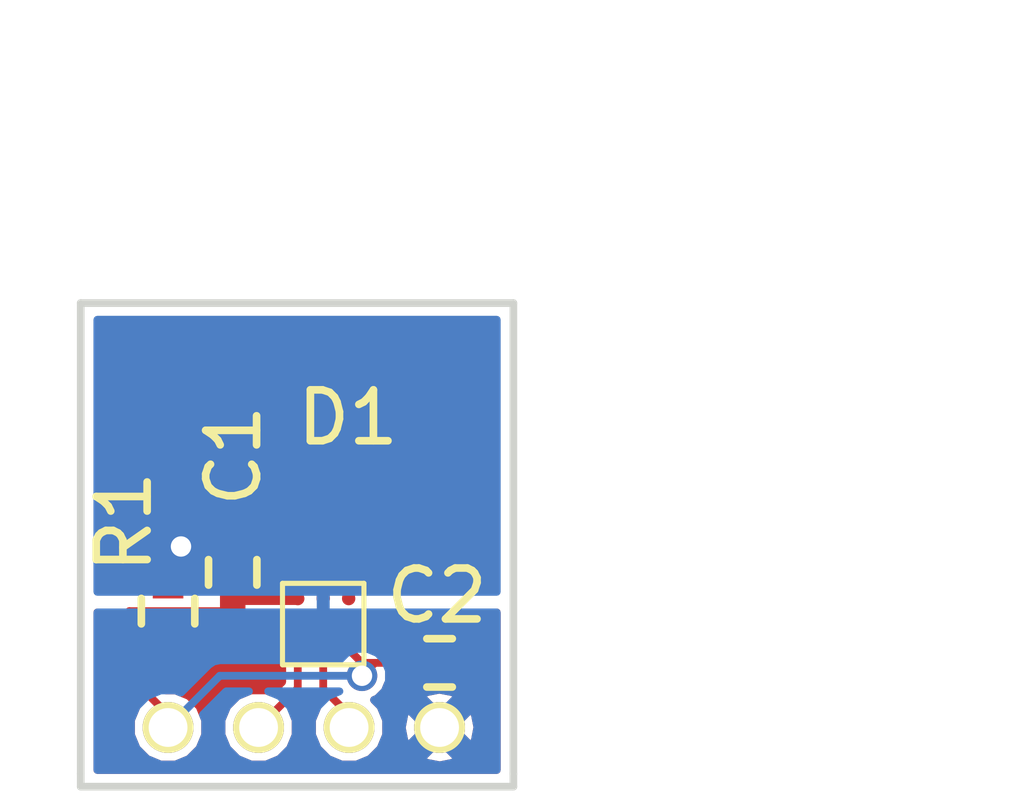
<source format=kicad_pcb>
(kicad_pcb (version 20171130) (host pcbnew 5.0.0-rc2-dev-unknown-2da7199~62~ubuntu16.04.1)

  (general
    (thickness 1.6)
    (drawings 8)
    (tracks 36)
    (zones 0)
    (modules 9)
    (nets 8)
  )

  (page A4)
  (layers
    (0 F.Cu signal)
    (31 B.Cu signal)
    (32 B.Adhes user)
    (33 F.Adhes user)
    (34 B.Paste user)
    (35 F.Paste user)
    (36 B.SilkS user hide)
    (37 F.SilkS user)
    (38 B.Mask user hide)
    (39 F.Mask user hide)
    (40 Dwgs.User user)
    (41 Cmts.User user)
    (42 Eco1.User user)
    (43 Eco2.User user hide)
    (44 Edge.Cuts user)
    (45 Margin user)
    (46 B.CrtYd user hide)
    (47 F.CrtYd user)
    (48 B.Fab user hide)
    (49 F.Fab user hide)
  )

  (setup
    (last_trace_width 0.1524)
    (trace_clearance 0.1524)
    (zone_clearance 0.1524)
    (zone_45_only no)
    (trace_min 0.1524)
    (segment_width 0.2)
    (edge_width 0.15)
    (via_size 0.6)
    (via_drill 0.4)
    (via_min_size 0.4)
    (via_min_drill 0.3)
    (uvia_size 0.3)
    (uvia_drill 0.1)
    (uvias_allowed no)
    (uvia_min_size 0)
    (uvia_min_drill 0)
    (pcb_text_width 0.3)
    (pcb_text_size 1.5 1.5)
    (mod_edge_width 0.15)
    (mod_text_size 1 1)
    (mod_text_width 0.15)
    (pad_size 0.262 0.262)
    (pad_drill 0)
    (pad_to_mask_clearance 0.2)
    (aux_axis_origin 0 0)
    (grid_origin 139 92.5)
    (visible_elements FFFEFF7F)
    (pcbplotparams
      (layerselection 0x00030_80000001)
      (usegerberextensions false)
      (usegerberattributes false)
      (usegerberadvancedattributes false)
      (creategerberjobfile false)
      (excludeedgelayer true)
      (linewidth 0.100000)
      (plotframeref false)
      (viasonmask false)
      (mode 1)
      (useauxorigin false)
      (hpglpennumber 1)
      (hpglpenspeed 20)
      (hpglpendiameter 15)
      (psnegative false)
      (psa4output false)
      (plotreference true)
      (plotvalue true)
      (plotinvisibletext false)
      (padsonsilk false)
      (subtractmaskfromsilk false)
      (outputformat 1)
      (mirror false)
      (drillshape 1)
      (scaleselection 1)
      (outputdirectory ""))
  )

  (net 0 "")
  (net 1 GND)
  (net 2 +3V3)
  (net 3 "Net-(R1-Pad2)")
  (net 4 "Net-(D1-Pad1)")
  (net 5 "Net-(D1-Pad2)")
  (net 6 "Net-(J2-Pad1)")
  (net 7 "Net-(J1-Pad1)")

  (net_class Default "This is the default net class."
    (clearance 0.1524)
    (trace_width 0.1524)
    (via_dia 0.6)
    (via_drill 0.4)
    (uvia_dia 0.3)
    (uvia_drill 0.1)
    (add_net +3V3)
    (add_net "Net-(J1-Pad1)")
    (add_net "Net-(J2-Pad1)")
    (add_net "Net-(R1-Pad2)")
  )

  (net_class GND ""
    (clearance 0.1524)
    (trace_width 0.254)
    (via_dia 0.6)
    (via_drill 0.4)
    (uvia_dia 0.3)
    (uvia_drill 0.1)
    (add_net GND)
    (add_net "Net-(D1-Pad1)")
    (add_net "Net-(D1-Pad2)")
  )

  (module Resistors_SMD:R_0402 (layer F.Cu) (tedit 5A271E95) (tstamp 5A255658)
    (at 140.716 98.552 270)
    (descr "Resistor SMD 0402, reflow soldering, Vishay (see dcrcw.pdf)")
    (tags "resistor 0402")
    (path /59AE28B7)
    (attr smd)
    (fp_text reference R1 (at -1.752 0.866 270) (layer F.SilkS)
      (effects (font (size 1 1) (thickness 0.15)))
    )
    (fp_text value 15k (at 0 1.524 270) (layer F.Fab)
      (effects (font (size 1 1) (thickness 0.15)))
    )
    (fp_line (start -0.95 -0.65) (end 0.95 -0.65) (layer F.CrtYd) (width 0.05))
    (fp_line (start -0.95 0.65) (end 0.95 0.65) (layer F.CrtYd) (width 0.05))
    (fp_line (start -0.95 -0.65) (end -0.95 0.65) (layer F.CrtYd) (width 0.05))
    (fp_line (start 0.95 -0.65) (end 0.95 0.65) (layer F.CrtYd) (width 0.05))
    (fp_line (start 0.25 -0.525) (end -0.25 -0.525) (layer F.SilkS) (width 0.15))
    (fp_line (start -0.25 0.525) (end 0.25 0.525) (layer F.SilkS) (width 0.15))
    (pad 1 smd rect (at -0.45 0 270) (size 0.4 0.6) (layers F.Cu F.Paste F.Mask)
      (net 1 GND))
    (pad 2 smd rect (at 0.45 0 270) (size 0.4 0.6) (layers F.Cu F.Paste F.Mask)
      (net 3 "Net-(R1-Pad2)"))
    (model Resistors_SMD.3dshapes/R_0402.wrl
      (at (xyz 0 0 0))
      (scale (xyz 1 1 1))
      (rotate (xyz 0 0 0))
    )
  )

  (module Capacitors_SMD:C_0402 (layer F.Cu) (tedit 5A271E2B) (tstamp 5A25564C)
    (at 141.986 97.79 90)
    (descr "Capacitor SMD 0402, reflow soldering, AVX (see smccp.pdf)")
    (tags "capacitor 0402")
    (path /59AE3425)
    (attr smd)
    (fp_text reference C1 (at 2.29 0.014 90) (layer F.SilkS)
      (effects (font (size 1 1) (thickness 0.15)))
    )
    (fp_text value 1uF (at 2.032 6.604 180) (layer F.Fab)
      (effects (font (size 1 1) (thickness 0.15)))
    )
    (fp_line (start -1.15 -0.6) (end 1.15 -0.6) (layer F.CrtYd) (width 0.05))
    (fp_line (start -1.15 0.6) (end 1.15 0.6) (layer F.CrtYd) (width 0.05))
    (fp_line (start -1.15 -0.6) (end -1.15 0.6) (layer F.CrtYd) (width 0.05))
    (fp_line (start 1.15 -0.6) (end 1.15 0.6) (layer F.CrtYd) (width 0.05))
    (fp_line (start 0.25 -0.475) (end -0.25 -0.475) (layer F.SilkS) (width 0.15))
    (fp_line (start -0.25 0.475) (end 0.25 0.475) (layer F.SilkS) (width 0.15))
    (pad 1 smd rect (at -0.55 0 90) (size 0.6 0.5) (layers F.Cu F.Paste F.Mask)
      (net 2 +3V3))
    (pad 2 smd rect (at 0.55 0 90) (size 0.6 0.5) (layers F.Cu F.Paste F.Mask)
      (net 1 GND))
    (model Capacitors_SMD.3dshapes/C_0402.wrl
      (at (xyz 0 0 0))
      (scale (xyz 1 1 1))
      (rotate (xyz 0 0 0))
    )
  )

  (module Capacitors_SMD:C_0402 (layer F.Cu) (tedit 5A271E88) (tstamp 5A255652)
    (at 146.05 99.568 180)
    (descr "Capacitor SMD 0402, reflow soldering, AVX (see smccp.pdf)")
    (tags "capacitor 0402")
    (path /5A256414)
    (attr smd)
    (fp_text reference C2 (at 0.05 1.318 180) (layer F.SilkS)
      (effects (font (size 1 1) (thickness 0.15)))
    )
    (fp_text value 0.1uF (at 0.254 4.572 180) (layer F.Fab)
      (effects (font (size 1 1) (thickness 0.15)))
    )
    (fp_line (start -1.15 -0.6) (end 1.15 -0.6) (layer F.CrtYd) (width 0.05))
    (fp_line (start -1.15 0.6) (end 1.15 0.6) (layer F.CrtYd) (width 0.05))
    (fp_line (start -1.15 -0.6) (end -1.15 0.6) (layer F.CrtYd) (width 0.05))
    (fp_line (start 1.15 -0.6) (end 1.15 0.6) (layer F.CrtYd) (width 0.05))
    (fp_line (start 0.25 -0.475) (end -0.25 -0.475) (layer F.SilkS) (width 0.15))
    (fp_line (start -0.25 0.475) (end 0.25 0.475) (layer F.SilkS) (width 0.15))
    (pad 1 smd rect (at -0.55 0 180) (size 0.6 0.5) (layers F.Cu F.Paste F.Mask)
      (net 1 GND))
    (pad 2 smd rect (at 0.55 0 180) (size 0.6 0.5) (layers F.Cu F.Paste F.Mask)
      (net 2 +3V3))
    (model Capacitors_SMD.3dshapes/C_0402.wrl
      (at (xyz 0 0 0))
      (scale (xyz 1 1 1))
      (rotate (xyz 0 0 0))
    )
  )

  (module TS4231:BPW34 (layer F.Cu) (tedit 5A271E2D) (tstamp 5A255C99)
    (at 143.256 94.742 180)
    (path /59AE3335)
    (fp_text reference D1 (at -0.994 -0.008 180) (layer F.SilkS)
      (effects (font (size 1 1) (thickness 0.15)))
    )
    (fp_text value BPW34 (at -0.244 4.492 180) (layer F.Fab)
      (effects (font (size 1 1) (thickness 0.15)))
    )
    (pad 1 smd rect (at -3.1 0 180) (size 1.4 2) (layers F.Cu F.Paste F.Mask)
      (net 4 "Net-(D1-Pad1)"))
    (pad 2 smd rect (at 3.1 0 180) (size 1.4 2) (layers F.Cu F.Paste F.Mask)
      (net 5 "Net-(D1-Pad2)"))
  )

  (module Wire_Pads:SolderWirePad_single_0-8mmDrill (layer F.Cu) (tedit 5A271E77) (tstamp 5A2560DE)
    (at 144.272 100.838)
    (path /5A256308)
    (fp_text reference J1 (at 0 -2) (layer F.SilkS) hide
      (effects (font (size 1 1) (thickness 0.15)))
    )
    (fp_text value E (at 0 -1.397) (layer F.Fab)
      (effects (font (size 1 1) (thickness 0.15)))
    )
    (pad 1 thru_hole circle (at 0 0) (size 1 1) (drill 0.762) (layers *.Cu *.Mask F.SilkS)
      (net 7 "Net-(J1-Pad1)"))
  )

  (module Wire_Pads:SolderWirePad_single_0-8mmDrill (layer F.Cu) (tedit 5A271E60) (tstamp 5A2560E3)
    (at 142.494 100.838)
    (path /59DD5686)
    (fp_text reference J2 (at 0 -2) (layer F.SilkS) hide
      (effects (font (size 1 1) (thickness 0.15)))
    )
    (fp_text value D (at 0 -1.397) (layer F.Fab)
      (effects (font (size 1 1) (thickness 0.15)))
    )
    (pad 1 thru_hole circle (at 0 0) (size 1 1) (drill 0.762) (layers *.Cu *.Mask F.SilkS)
      (net 6 "Net-(J2-Pad1)"))
  )

  (module TS4231:TS4231 (layer F.Cu) (tedit 5A271E54) (tstamp 5A2560F4)
    (at 143.764 98.806)
    (path /5A255378)
    (fp_text reference TS42311 (at 2.736 -2.056) (layer F.SilkS) hide
      (effects (font (size 1 1) (thickness 0.15)))
    )
    (fp_text value TS4231 (at 2.032 -2.413) (layer F.Fab)
      (effects (font (size 1 1) (thickness 0.15)))
    )
    (fp_line (start -0.8 -0.8) (end 0.8 -0.8) (layer F.SilkS) (width 0.1))
    (fp_line (start 0.8 -0.8) (end 0.8 0.8) (layer F.SilkS) (width 0.1))
    (fp_line (start 0.8 0.8) (end -0.8 0.8) (layer F.SilkS) (width 0.1))
    (fp_line (start -0.8 0.8) (end -0.8 -0.8) (layer F.SilkS) (width 0.1))
    (pad 5 smd circle (at 0 0) (size 0.262 0.262) (layers F.Cu F.Paste F.Mask)
      (net 1 GND) (zone_connect 2))
    (pad 2 smd circle (at 0 -0.5) (size 0.262 0.262) (layers F.Cu F.Paste F.Mask)
      (net 5 "Net-(D1-Pad2)"))
    (pad 1 smd circle (at -0.5 -0.5) (size 0.262 0.262) (layers F.Cu F.Paste F.Mask)
      (net 2 +3V3))
    (pad 3 smd circle (at 0.5 -0.5) (size 0.262 0.262) (layers F.Cu F.Paste F.Mask)
      (net 4 "Net-(D1-Pad1)"))
    (pad 6 smd circle (at 0.5 0) (size 0.262 0.262) (layers F.Cu F.Paste F.Mask)
      (net 1 GND) (zone_connect 2))
    (pad 4 smd circle (at -0.5 0) (size 0.262 0.262) (layers F.Cu F.Paste F.Mask)
      (net 3 "Net-(R1-Pad2)"))
    (pad 7 smd circle (at -0.5 0.5) (size 0.262 0.262) (layers F.Cu F.Paste F.Mask)
      (net 6 "Net-(J2-Pad1)"))
    (pad 8 smd circle (at 0 0.5) (size 0.262 0.262) (layers F.Cu F.Paste F.Mask)
      (net 7 "Net-(J1-Pad1)"))
    (pad 9 smd circle (at 0.5 0.5) (size 0.262 0.262) (layers F.Cu F.Paste F.Mask)
      (net 2 +3V3))
  )

  (module Wire_Pads:SolderWirePad_single_0-8mmDrill (layer F.Cu) (tedit 5A271E43) (tstamp 5A2562C2)
    (at 146.05 100.838)
    (path /5A259185)
    (fp_text reference J3 (at -0.3 2.412) (layer F.SilkS) hide
      (effects (font (size 1 1) (thickness 0.15)))
    )
    (fp_text value GND (at 1.27 -2.032 90) (layer F.Fab)
      (effects (font (size 1 1) (thickness 0.000001)))
    )
    (pad 1 thru_hole circle (at 0 0) (size 1 1) (drill 0.762) (layers *.Cu *.Mask F.SilkS)
      (net 1 GND))
  )

  (module Wire_Pads:SolderWirePad_single_0-8mmDrill (layer F.Cu) (tedit 5A271E65) (tstamp 5A2562C7)
    (at 140.716 100.838)
    (path /5A2592A5)
    (fp_text reference J4 (at 0 -2) (layer F.SilkS) hide
      (effects (font (size 1 1) (thickness 0.15)))
    )
    (fp_text value 3.3V (at 0 2) (layer F.Fab) hide
      (effects (font (size 1 1) (thickness 0.000001)))
    )
    (pad 1 thru_hole circle (at 0 0) (size 1 1) (drill 0.762) (layers *.Cu *.Mask F.SilkS)
      (net 2 +3V3))
  )

  (dimension 8.5 (width 0.3) (layer Cmts.User)
    (gr_text "8,500 mm" (at 143.25 88.4) (layer Cmts.User)
      (effects (font (size 1.5 1.5) (thickness 0.3)))
    )
    (feature1 (pts (xy 139 92.5) (xy 139 87.05)))
    (feature2 (pts (xy 147.5 92.5) (xy 147.5 87.05)))
    (crossbar (pts (xy 147.5 89.75) (xy 139 89.75)))
    (arrow1a (pts (xy 139 89.75) (xy 140.126504 89.163579)))
    (arrow1b (pts (xy 139 89.75) (xy 140.126504 90.336421)))
    (arrow2a (pts (xy 147.5 89.75) (xy 146.373496 89.163579)))
    (arrow2b (pts (xy 147.5 89.75) (xy 146.373496 90.336421)))
  )
  (dimension 9.5 (width 0.3) (layer Cmts.User)
    (gr_text "9,500 mm" (at 154.85 97.25 270) (layer Cmts.User)
      (effects (font (size 1.5 1.5) (thickness 0.3)))
    )
    (feature1 (pts (xy 147.5 102) (xy 156.2 102)))
    (feature2 (pts (xy 147.5 92.5) (xy 156.2 92.5)))
    (crossbar (pts (xy 153.5 92.5) (xy 153.5 102)))
    (arrow1a (pts (xy 153.5 102) (xy 152.913579 100.873496)))
    (arrow1b (pts (xy 153.5 102) (xy 154.086421 100.873496)))
    (arrow2a (pts (xy 153.5 92.5) (xy 152.913579 93.626504)))
    (arrow2b (pts (xy 153.5 92.5) (xy 154.086421 93.626504)))
  )
  (gr_line (start 139 102) (end 139 101.75) (angle 90) (layer Edge.Cuts) (width 0.15))
  (gr_line (start 147.5 102) (end 139 102) (angle 90) (layer Edge.Cuts) (width 0.15))
  (gr_line (start 147.5 101.75) (end 147.5 102) (angle 90) (layer Edge.Cuts) (width 0.15))
  (gr_line (start 139 92.5) (end 139 101.75) (angle 90) (layer Edge.Cuts) (width 0.15))
  (gr_line (start 147.5 92.5) (end 147.5 101.75) (angle 90) (layer Edge.Cuts) (width 0.15))
  (gr_line (start 139 92.5) (end 147.5 92.5) (angle 90) (layer Edge.Cuts) (width 0.15))

  (segment (start 143.764 98.806) (end 143.764 98.044) (width 0.254) (layer B.Cu) (net 1))
  (segment (start 140.716 98.102) (end 140.716 97.536) (width 0.1524) (layer F.Cu) (net 1))
  (segment (start 141.012 97.24) (end 140.97 97.282) (width 0.1524) (layer F.Cu) (net 1) (tstamp 5A2718BA))
  (via (at 140.97 97.282) (size 0.6) (drill 0.4) (layers F.Cu B.Cu) (net 1))
  (segment (start 141.012 97.24) (end 141.986 97.24) (width 0.1524) (layer F.Cu) (net 1))
  (segment (start 140.716 97.536) (end 140.97 97.282) (width 0.1524) (layer F.Cu) (net 1) (tstamp 5A2718CA))
  (segment (start 144.78 99.568) (end 144.526 99.568) (width 0.1524) (layer F.Cu) (net 2))
  (segment (start 144.526 99.568) (end 144.264 99.306) (width 0.1524) (layer F.Cu) (net 2))
  (segment (start 140.716 100.838) (end 140.716 100.584) (width 0.1524) (layer F.Cu) (net 2) (status C00000))
  (segment (start 140.716 100.584) (end 139.7 99.568) (width 0.1524) (layer F.Cu) (net 2) (tstamp 5A271B97) (status 400000))
  (segment (start 139.954 98.552) (end 141.774 98.552) (width 0.1524) (layer F.Cu) (net 2) (tstamp 5A271BA2) (status 800000))
  (segment (start 139.7 98.806) (end 139.954 98.552) (width 0.1524) (layer F.Cu) (net 2) (tstamp 5A271BA1))
  (segment (start 139.7 99.568) (end 139.7 98.806) (width 0.1524) (layer F.Cu) (net 2) (tstamp 5A271B9F))
  (segment (start 141.774 98.552) (end 141.986 98.34) (width 0.1524) (layer F.Cu) (net 2) (tstamp 5A271BA3) (status C00000))
  (segment (start 144.526 99.822) (end 141.732 99.822) (width 0.1524) (layer B.Cu) (net 2))
  (segment (start 144.78 99.568) (end 144.526 99.822) (width 0.1524) (layer F.Cu) (net 2) (tstamp 5A271B24))
  (via (at 144.526 99.822) (size 0.6) (drill 0.4) (layers F.Cu B.Cu) (net 2))
  (segment (start 145.5 99.568) (end 144.78 99.568) (width 0.1524) (layer F.Cu) (net 2) (status 400000))
  (segment (start 141.732 99.822) (end 140.716 100.838) (width 0.1524) (layer B.Cu) (net 2) (tstamp 5A271B30) (status 800000))
  (segment (start 143.264 98.306) (end 142.02 98.306) (width 0.25) (layer F.Cu) (net 2))
  (segment (start 142.02 98.306) (end 141.986 98.34) (width 0.25) (layer F.Cu) (net 2) (tstamp 5A27181B))
  (segment (start 140.716 99.002) (end 142.69 99.002) (width 0.25) (layer F.Cu) (net 3))
  (segment (start 142.886 98.806) (end 143.264 98.806) (width 0.25) (layer F.Cu) (net 3) (tstamp 5A271817))
  (segment (start 142.69 99.002) (end 142.886 98.806) (width 0.25) (layer F.Cu) (net 3) (tstamp 5A271816))
  (segment (start 144.264 98.306) (end 144.264 96.072) (width 0.25) (layer F.Cu) (net 4))
  (segment (start 144.264 96.072) (end 146.356 94.742) (width 0.25) (layer F.Cu) (net 4) (tstamp 5A256ADD) (status 20))
  (segment (start 143.764 97.536) (end 143.764 98.306) (width 0.254) (layer F.Cu) (net 5) (status 800000))
  (segment (start 143.764 96.012) (end 141.732 94.742) (width 0.25) (layer F.Cu) (net 5) (tstamp 5A256AE2))
  (segment (start 141.732 94.742) (end 140.156 94.742) (width 0.25) (layer F.Cu) (net 5) (tstamp 5A256AE4) (status 20))
  (segment (start 143.764 97.544) (end 143.764 97.536) (width 0.25) (layer F.Cu) (net 5))
  (segment (start 143.764 97.536) (end 143.764 96.012) (width 0.25) (layer F.Cu) (net 5) (tstamp 5A271AF6))
  (segment (start 143.264 99.306) (end 143.264 100.068) (width 0.1524) (layer F.Cu) (net 6) (status 400000))
  (segment (start 143.264 100.068) (end 142.494 100.838) (width 0.1524) (layer F.Cu) (net 6) (tstamp 5A271B53) (status 800000))
  (segment (start 144.272 100.838) (end 144.272 100.584) (width 0.1524) (layer F.Cu) (net 7) (status C00000))
  (segment (start 144.272 100.584) (end 143.764 100.076) (width 0.1524) (layer F.Cu) (net 7) (tstamp 5A271B57) (status 400000))
  (segment (start 143.764 100.076) (end 143.764 99.306) (width 0.1524) (layer F.Cu) (net 7) (tstamp 5A271B58) (status 800000))

  (zone (net 1) (net_name GND) (layer F.Cu) (tstamp 5A271CE5) (hatch edge 0.508)
    (connect_pads (clearance 0.1524))
    (min_thickness 0.1524)
    (fill yes (arc_segments 16) (thermal_gap 0.1524) (thermal_bridge_width 0.508))
    (polygon
      (pts
        (xy 147.25 101.75) (xy 139.25 101.75) (xy 139.25 98.5) (xy 147.25 98.5) (xy 147.25 101.75)
      )
    )
    (filled_polygon
      (pts
        (xy 139.484474 98.590474) (xy 139.418402 98.689358) (xy 139.3952 98.806) (xy 139.3952 99.568) (xy 139.418402 99.684642)
        (xy 139.484474 99.783526) (xy 140.112198 100.41125) (xy 140.098683 100.424742) (xy 139.987527 100.692437) (xy 139.987274 100.982292)
        (xy 140.097963 101.250179) (xy 140.302742 101.455317) (xy 140.570437 101.566473) (xy 140.860292 101.566726) (xy 141.128179 101.456037)
        (xy 141.333317 101.251258) (xy 141.444473 100.983563) (xy 141.444726 100.693708) (xy 141.334037 100.425821) (xy 141.129258 100.220683)
        (xy 140.861563 100.109527) (xy 140.672414 100.109362) (xy 140.0048 99.441748) (xy 140.0048 98.932252) (xy 140.080252 98.8568)
        (xy 140.182922 98.8568) (xy 140.182922 99.202) (xy 140.198862 99.286714) (xy 140.248928 99.364518) (xy 140.32532 99.416715)
        (xy 140.416 99.435078) (xy 141.016 99.435078) (xy 141.100714 99.419138) (xy 141.178518 99.369072) (xy 141.187723 99.3556)
        (xy 142.69 99.3556) (xy 142.825317 99.328684) (xy 142.904427 99.275825) (xy 142.904338 99.377215) (xy 142.958968 99.509431)
        (xy 142.9592 99.509663) (xy 142.9592 99.941748) (xy 142.746865 100.154083) (xy 142.639563 100.109527) (xy 142.349708 100.109274)
        (xy 142.081821 100.219963) (xy 141.876683 100.424742) (xy 141.765527 100.692437) (xy 141.765274 100.982292) (xy 141.875963 101.250179)
        (xy 142.080742 101.455317) (xy 142.348437 101.566473) (xy 142.638292 101.566726) (xy 142.906179 101.456037) (xy 143.111317 101.251258)
        (xy 143.222473 100.983563) (xy 143.222726 100.693708) (xy 143.17788 100.585172) (xy 143.479526 100.283526) (xy 143.511327 100.235932)
        (xy 143.548474 100.291526) (xy 143.668198 100.41125) (xy 143.654683 100.424742) (xy 143.543527 100.692437) (xy 143.543274 100.982292)
        (xy 143.653963 101.250179) (xy 143.858742 101.455317) (xy 144.126437 101.566473) (xy 144.416292 101.566726) (xy 144.684179 101.456037)
        (xy 144.708237 101.432021) (xy 145.707427 101.432021) (xy 145.769884 101.526039) (xy 146.054507 101.580861) (xy 146.330116 101.526039)
        (xy 146.392573 101.432021) (xy 146.05 101.089447) (xy 145.707427 101.432021) (xy 144.708237 101.432021) (xy 144.889317 101.251258)
        (xy 145.000473 100.983563) (xy 145.000596 100.842507) (xy 145.307139 100.842507) (xy 145.361961 101.118116) (xy 145.455979 101.180573)
        (xy 145.798553 100.838) (xy 146.301447 100.838) (xy 146.644021 101.180573) (xy 146.738039 101.118116) (xy 146.792861 100.833493)
        (xy 146.738039 100.557884) (xy 146.644021 100.495427) (xy 146.301447 100.838) (xy 145.798553 100.838) (xy 145.455979 100.495427)
        (xy 145.361961 100.557884) (xy 145.307139 100.842507) (xy 145.000596 100.842507) (xy 145.000726 100.693708) (xy 144.890037 100.425821)
        (xy 144.761204 100.296762) (xy 144.825037 100.270387) (xy 144.851491 100.243979) (xy 145.707427 100.243979) (xy 146.05 100.586553)
        (xy 146.392573 100.243979) (xy 146.330116 100.149961) (xy 146.045493 100.095139) (xy 145.769884 100.149961) (xy 145.707427 100.243979)
        (xy 144.851491 100.243979) (xy 144.973864 100.121819) (xy 145.03269 99.980149) (xy 145.032928 99.980518) (xy 145.10932 100.032715)
        (xy 145.2 100.051078) (xy 145.8 100.051078) (xy 145.884714 100.035138) (xy 145.962518 99.985072) (xy 146.014715 99.90868)
        (xy 146.033078 99.818) (xy 146.033078 99.75015) (xy 146.0714 99.75015) (xy 146.0714 99.863472) (xy 146.106203 99.947492)
        (xy 146.170509 100.011798) (xy 146.254529 100.0466) (xy 146.39285 100.0466) (xy 146.45 99.98945) (xy 146.45 99.693)
        (xy 146.75 99.693) (xy 146.75 99.98945) (xy 146.80715 100.0466) (xy 146.945471 100.0466) (xy 147.029491 100.011798)
        (xy 147.093797 99.947492) (xy 147.1286 99.863472) (xy 147.1286 99.75015) (xy 147.07145 99.693) (xy 146.75 99.693)
        (xy 146.45 99.693) (xy 146.12855 99.693) (xy 146.0714 99.75015) (xy 146.033078 99.75015) (xy 146.033078 99.318)
        (xy 146.024522 99.272528) (xy 146.0714 99.272528) (xy 146.0714 99.38585) (xy 146.12855 99.443) (xy 146.45 99.443)
        (xy 146.45 99.14655) (xy 146.75 99.14655) (xy 146.75 99.443) (xy 147.07145 99.443) (xy 147.1286 99.38585)
        (xy 147.1286 99.272528) (xy 147.093797 99.188508) (xy 147.029491 99.124202) (xy 146.945471 99.0894) (xy 146.80715 99.0894)
        (xy 146.75 99.14655) (xy 146.45 99.14655) (xy 146.39285 99.0894) (xy 146.254529 99.0894) (xy 146.170509 99.124202)
        (xy 146.106203 99.188508) (xy 146.0714 99.272528) (xy 146.024522 99.272528) (xy 146.017138 99.233286) (xy 145.967072 99.155482)
        (xy 145.89068 99.103285) (xy 145.8 99.084922) (xy 145.2 99.084922) (xy 145.115286 99.100862) (xy 145.037482 99.150928)
        (xy 144.985285 99.22732) (xy 144.978019 99.2632) (xy 144.78 99.2632) (xy 144.663358 99.286402) (xy 144.644644 99.298906)
        (xy 144.631606 99.293492) (xy 144.623611 99.293485) (xy 144.623662 99.234785) (xy 144.569032 99.102569) (xy 144.467963 99.001324)
        (xy 144.335843 98.946463) (xy 144.192785 98.946338) (xy 144.060569 99.000968) (xy 144.014007 99.047449) (xy 143.967963 99.001324)
        (xy 143.835843 98.946463) (xy 143.692785 98.946338) (xy 143.574864 98.995062) (xy 143.623537 98.877843) (xy 143.623662 98.734785)
        (xy 143.574938 98.616864) (xy 143.692157 98.665537) (xy 143.835215 98.665662) (xy 143.967431 98.611032) (xy 144.002324 98.5762)
        (xy 144.025622 98.5762) (xy 144.060037 98.610676) (xy 144.192157 98.665537) (xy 144.335215 98.665662) (xy 144.467431 98.611032)
        (xy 144.502324 98.5762) (xy 147.1738 98.5762) (xy 147.1738 101.6738) (xy 139.3262 101.6738) (xy 139.3262 98.5762)
        (xy 139.498748 98.5762)
      )
    )
  )
  (zone (net 1) (net_name GND) (layer B.Cu) (tstamp 5A271DBA) (hatch edge 0.508)
    (connect_pads (clearance 0.1524))
    (min_thickness 0.1524)
    (fill yes (arc_segments 16) (thermal_gap 0.1524) (thermal_bridge_width 0.508))
    (polygon
      (pts
        (xy 147.25 98.25) (xy 139.25 98.25) (xy 139.25 92.75) (xy 147.25 92.75) (xy 147.25 98.25)
      )
    )
    (filled_polygon
      (pts
        (xy 147.1738 98.1738) (xy 139.3262 98.1738) (xy 139.3262 92.8262) (xy 147.1738 92.8262)
      )
    )
  )
  (zone (net 1) (net_name GND) (layer B.Cu) (tstamp 5A271DD3) (hatch edge 0.508)
    (connect_pads (clearance 0.1524))
    (min_thickness 0.1524)
    (fill yes (arc_segments 16) (thermal_gap 0.1524) (thermal_bridge_width 0.508))
    (polygon
      (pts
        (xy 147.25 101.75) (xy 139.25 101.75) (xy 139.25 98.5) (xy 147.25 98.5) (xy 147.25 101.75)
      )
    )
    (filled_polygon
      (pts
        (xy 147.1738 101.6738) (xy 139.3262 101.6738) (xy 139.3262 100.982292) (xy 139.987274 100.982292) (xy 140.097963 101.250179)
        (xy 140.302742 101.455317) (xy 140.570437 101.566473) (xy 140.860292 101.566726) (xy 141.128179 101.456037) (xy 141.333317 101.251258)
        (xy 141.444473 100.983563) (xy 141.444726 100.693708) (xy 141.39988 100.585172) (xy 141.858252 100.1268) (xy 142.307292 100.1268)
        (xy 142.081821 100.219963) (xy 141.876683 100.424742) (xy 141.765527 100.692437) (xy 141.765274 100.982292) (xy 141.875963 101.250179)
        (xy 142.080742 101.455317) (xy 142.348437 101.566473) (xy 142.638292 101.566726) (xy 142.906179 101.456037) (xy 143.111317 101.251258)
        (xy 143.222473 100.983563) (xy 143.222726 100.693708) (xy 143.112037 100.425821) (xy 142.907258 100.220683) (xy 142.681161 100.1268)
        (xy 144.083366 100.1268) (xy 144.083928 100.127363) (xy 143.859821 100.219963) (xy 143.654683 100.424742) (xy 143.543527 100.692437)
        (xy 143.543274 100.982292) (xy 143.653963 101.250179) (xy 143.858742 101.455317) (xy 144.126437 101.566473) (xy 144.416292 101.566726)
        (xy 144.684179 101.456037) (xy 144.708237 101.432021) (xy 145.707427 101.432021) (xy 145.769884 101.526039) (xy 146.054507 101.580861)
        (xy 146.330116 101.526039) (xy 146.392573 101.432021) (xy 146.05 101.089447) (xy 145.707427 101.432021) (xy 144.708237 101.432021)
        (xy 144.889317 101.251258) (xy 145.000473 100.983563) (xy 145.000596 100.842507) (xy 145.307139 100.842507) (xy 145.361961 101.118116)
        (xy 145.455979 101.180573) (xy 145.798553 100.838) (xy 146.301447 100.838) (xy 146.644021 101.180573) (xy 146.738039 101.118116)
        (xy 146.792861 100.833493) (xy 146.738039 100.557884) (xy 146.644021 100.495427) (xy 146.301447 100.838) (xy 145.798553 100.838)
        (xy 145.455979 100.495427) (xy 145.361961 100.557884) (xy 145.307139 100.842507) (xy 145.000596 100.842507) (xy 145.000726 100.693708)
        (xy 144.890037 100.425821) (xy 144.761204 100.296762) (xy 144.825037 100.270387) (xy 144.851491 100.243979) (xy 145.707427 100.243979)
        (xy 146.05 100.586553) (xy 146.392573 100.243979) (xy 146.330116 100.149961) (xy 146.045493 100.095139) (xy 145.769884 100.149961)
        (xy 145.707427 100.243979) (xy 144.851491 100.243979) (xy 144.973864 100.121819) (xy 145.054508 99.927606) (xy 145.054692 99.717316)
        (xy 144.974387 99.522963) (xy 144.825819 99.374136) (xy 144.631606 99.293492) (xy 144.421316 99.293308) (xy 144.226963 99.373613)
        (xy 144.083126 99.5172) (xy 141.732 99.5172) (xy 141.615358 99.540402) (xy 141.516474 99.606474) (xy 140.968865 100.154083)
        (xy 140.861563 100.109527) (xy 140.571708 100.109274) (xy 140.303821 100.219963) (xy 140.098683 100.424742) (xy 139.987527 100.692437)
        (xy 139.987274 100.982292) (xy 139.3262 100.982292) (xy 139.3262 98.5762) (xy 147.1738 98.5762)
      )
    )
  )
)

</source>
